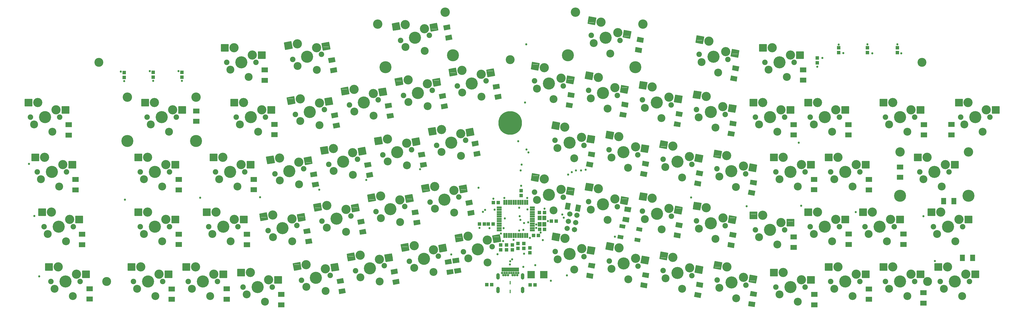
<source format=gbr>
G04 EAGLE Gerber RS-274X export*
G75*
%MOMM*%
%FSLAX34Y34*%
%LPD*%
%INSoldermask Top*%
%IPPOS*%
%AMOC8*
5,1,8,0,0,1.08239X$1,22.5*%
G01*
%ADD10C,1.905200*%
%ADD11C,3.103200*%
%ADD12C,3.251200*%
%ADD13C,4.203200*%
%ADD14C,4.191200*%
%ADD15C,8.203200*%
%ADD16C,2.743200*%
%ADD17C,3.200400*%
%ADD18C,0.457706*%
%ADD19R,2.303200X1.703200*%
%ADD20R,1.703200X2.303200*%
%ADD21R,0.711200X1.676400*%
%ADD22R,1.676400X0.711200*%
%ADD23R,0.403200X1.203200*%
%ADD24R,0.503200X1.403200*%
%ADD25C,0.853200*%
%ADD26C,1.203200*%
%ADD27R,1.203200X1.303200*%
%ADD28R,1.303200X1.203200*%
%ADD29R,2.603200X2.603200*%
%ADD30R,1.403200X1.603200*%
%ADD31R,2.003200X1.303200*%
%ADD32C,1.828800*%
%ADD33C,0.756400*%


D10*
X3071370Y381000D03*
D11*
X1545960Y771460D03*
D10*
X2952310Y571500D03*
D12*
X2007280Y895500D03*
D10*
X2850710Y571500D03*
D13*
X2901510Y571500D03*
D10*
X1383380Y103300D03*
X3041210Y0D03*
X1630630Y697550D03*
D13*
X1224740Y655650D03*
X2449070Y571500D03*
D10*
X560060Y762000D03*
D13*
X849530Y589490D03*
D10*
X1730890Y292990D03*
X599490Y190500D03*
X1630830Y310640D03*
D13*
X1868270Y655650D03*
D11*
X2977400Y762000D03*
D10*
X3118990Y190500D03*
X1015480Y425310D03*
X2365010Y374620D03*
X2532950Y762000D03*
X1918490Y259910D03*
X1165080Y838570D03*
D13*
X1215110Y847390D03*
D12*
X1320240Y936850D03*
X453440Y641350D03*
D10*
X1362320Y679910D03*
D13*
X1939770Y449600D03*
D10*
X2469710Y381000D03*
X1818440Y277560D03*
D14*
X3139630Y298450D03*
D13*
X2520510Y381000D03*
X754280Y185820D03*
D10*
X1462380Y697550D03*
D13*
X2253110Y781230D03*
D14*
X1346700Y786770D03*
D10*
X2293510Y580670D03*
X1927920Y838570D03*
D13*
X1940220Y62640D03*
D10*
X2660210Y381000D03*
X2006040Y244480D03*
X3142810Y0D03*
X1818240Y664470D03*
X915420Y407670D03*
X50800Y0D03*
D13*
X1868470Y268730D03*
D10*
X1730690Y679910D03*
X2431350Y762000D03*
X1918290Y646830D03*
X2690370Y571500D03*
X2880870Y190500D03*
X2293710Y193750D03*
X1179520Y260800D03*
X2264950Y392260D03*
X2177400Y407700D03*
X1079470Y243150D03*
D13*
X1412350Y688730D03*
X965450Y416490D03*
X870590Y12880D03*
X548690Y190500D03*
D10*
X1008170Y37140D03*
X259760Y190500D03*
D13*
X667750Y-19400D03*
X2243680Y202570D03*
D12*
X1085730Y895500D03*
D10*
X991920Y227720D03*
X727820Y374590D03*
D12*
X2901510Y450850D03*
D10*
X1265140Y856210D03*
D14*
X2901510Y298450D03*
D10*
X827870Y392230D03*
X1483440Y120950D03*
X2761810Y0D03*
X426450Y0D03*
D14*
X1746310Y786770D03*
D13*
X1317100Y285060D03*
D10*
X-20640Y571500D03*
D13*
X3092010Y0D03*
X1752160Y482680D03*
D14*
X1980810Y745420D03*
D13*
X-23810Y190500D03*
D10*
X1295830Y87870D03*
D13*
X3068190Y190500D03*
X3020570Y381000D03*
X610860Y762000D03*
X310560Y190500D03*
D10*
X521700Y381000D03*
X2398270Y571500D03*
D13*
X1037140Y622570D03*
X572500Y381000D03*
X2127820Y29560D03*
D10*
X283570Y571500D03*
X259760Y381000D03*
D14*
X1112190Y745420D03*
D13*
X2482150Y762000D03*
D10*
X820570Y4060D03*
D14*
X215310Y488950D03*
D10*
X1802640Y86900D03*
X1108230Y54790D03*
X2077790Y38380D03*
D13*
X3163440Y571500D03*
D10*
X2660210Y0D03*
X2499870Y179900D03*
D13*
X-71440Y571500D03*
X2315430Y-3520D03*
D10*
X1802190Y473860D03*
D13*
X-47630Y381000D03*
D12*
X1772770Y936850D03*
D13*
X2314980Y383440D03*
D10*
X704260Y176990D03*
D13*
X941890Y218900D03*
X2055870Y622570D03*
D10*
X2177850Y20740D03*
X1702140Y491500D03*
X1103030Y440750D03*
X3017390Y190500D03*
D13*
X1680660Y688730D03*
D10*
X1203090Y458390D03*
X2265400Y5300D03*
X2005840Y631390D03*
X3214240Y571500D03*
X-98430Y381000D03*
X3170Y381000D03*
X2193450Y598310D03*
X-122240Y571500D03*
D13*
X477250Y0D03*
X2056070Y235650D03*
D10*
X2398270Y179900D03*
D13*
X2243480Y589490D03*
X2449070Y179900D03*
D10*
X497890Y190500D03*
X361360Y381000D03*
D12*
X215310Y641350D03*
D10*
X891860Y210070D03*
D13*
X777840Y383410D03*
D10*
X1274770Y664470D03*
X799500Y580670D03*
X987110Y613750D03*
D13*
X1153060Y449570D03*
D10*
X528050Y0D03*
D13*
X2520510Y-19400D03*
D10*
X361360Y190500D03*
D13*
X310560Y381000D03*
D10*
X1889740Y458420D03*
D12*
X3139630Y450850D03*
D10*
X623300Y381000D03*
D13*
X2639570Y571500D03*
X2830070Y190500D03*
D11*
X115610Y762000D03*
D10*
X2588770Y190500D03*
D13*
X1752610Y95720D03*
D10*
X2952310Y0D03*
X2105900Y613750D03*
X2203080Y790050D03*
X2193650Y211400D03*
D13*
X2711010Y0D03*
X2901510Y0D03*
D10*
X2106100Y226830D03*
X1195780Y70220D03*
D13*
X2639570Y190500D03*
D10*
X2077350Y425340D03*
X2690370Y190500D03*
D13*
X2127380Y416520D03*
D10*
X920620Y21710D03*
X1827870Y856210D03*
D14*
X453440Y488950D03*
D10*
X1087160Y631390D03*
X1989800Y440780D03*
D13*
X839900Y781230D03*
D10*
X26990Y190500D03*
X1702580Y104540D03*
X899560Y598310D03*
X1174710Y646830D03*
X2571310Y381000D03*
X1890190Y71460D03*
D13*
X334370Y571500D03*
X1680860Y301810D03*
D10*
X789870Y772410D03*
D13*
X2711010Y381000D03*
X0Y0D03*
X643940Y571500D03*
D10*
X-74610Y190500D03*
D13*
X1058200Y45960D03*
D15*
X1545960Y551460D03*
D10*
X593140Y571500D03*
D13*
X1129500Y251980D03*
D10*
X-50800Y0D03*
X1390690Y491470D03*
D13*
X1245810Y79040D03*
D10*
X804310Y194640D03*
X385170Y571500D03*
X235950Y0D03*
D13*
X1877900Y847390D03*
D10*
X1367130Y293880D03*
X3112640Y571500D03*
X2588770Y571500D03*
X1267070Y276230D03*
X2571310Y-19400D03*
X337550Y0D03*
D11*
X143380Y0D03*
D10*
X2499870Y571500D03*
D13*
X1340660Y482650D03*
D10*
X889930Y790050D03*
X2469710Y-19400D03*
X2761810Y381000D03*
X718550Y-19400D03*
X2779270Y190500D03*
D11*
X2996760Y0D03*
D10*
X2303130Y772410D03*
D13*
X286750Y0D03*
D10*
X694740Y571500D03*
X616950Y-19400D03*
D13*
X1433410Y112120D03*
D10*
X2969770Y381000D03*
X2365460Y-12340D03*
X1990250Y53820D03*
X1290630Y473830D03*
X661660Y762000D03*
X2850710Y0D03*
D16*
X-85690Y355520D03*
X-22190Y330120D03*
D17*
X-9490Y406320D03*
X-72990Y431720D03*
D18*
X11594Y395146D02*
X34450Y395146D01*
X11594Y395146D02*
X11594Y417494D01*
X34450Y417494D01*
X34450Y395146D01*
X34450Y399494D02*
X11594Y399494D01*
X11594Y403842D02*
X34450Y403842D01*
X34450Y408190D02*
X11594Y408190D01*
X11594Y412538D02*
X34450Y412538D01*
X34450Y416886D02*
X11594Y416886D01*
X-94074Y420546D02*
X-116930Y420546D01*
X-116930Y442894D01*
X-94074Y442894D01*
X-94074Y420546D01*
X-94074Y424894D02*
X-116930Y424894D01*
X-116930Y429242D02*
X-94074Y429242D01*
X-94074Y433590D02*
X-116930Y433590D01*
X-116930Y437938D02*
X-94074Y437938D01*
X-94074Y442286D02*
X-116930Y442286D01*
D16*
X272440Y355600D03*
X335940Y330200D03*
D17*
X348640Y406400D03*
X285140Y431800D03*
D18*
X369724Y395226D02*
X392580Y395226D01*
X369724Y395226D02*
X369724Y417574D01*
X392580Y417574D01*
X392580Y395226D01*
X392580Y399574D02*
X369724Y399574D01*
X369724Y403922D02*
X392580Y403922D01*
X392580Y408270D02*
X369724Y408270D01*
X369724Y412618D02*
X392580Y412618D01*
X392580Y416966D02*
X369724Y416966D01*
X264056Y420626D02*
X241200Y420626D01*
X241200Y442974D01*
X264056Y442974D01*
X264056Y420626D01*
X264056Y424974D02*
X241200Y424974D01*
X241200Y429322D02*
X264056Y429322D01*
X264056Y433670D02*
X241200Y433670D01*
X241200Y438018D02*
X264056Y438018D01*
X264056Y442366D02*
X241200Y442366D01*
D16*
X534420Y355570D03*
X597920Y330170D03*
D17*
X610620Y406370D03*
X547120Y431770D03*
D18*
X631704Y395196D02*
X654560Y395196D01*
X631704Y395196D02*
X631704Y417544D01*
X654560Y417544D01*
X654560Y395196D01*
X654560Y399544D02*
X631704Y399544D01*
X631704Y403892D02*
X654560Y403892D01*
X654560Y408240D02*
X631704Y408240D01*
X631704Y412588D02*
X654560Y412588D01*
X654560Y416936D02*
X631704Y416936D01*
X526036Y420596D02*
X503180Y420596D01*
X503180Y442944D01*
X526036Y442944D01*
X526036Y420596D01*
X526036Y424944D02*
X503180Y424944D01*
X503180Y429292D02*
X526036Y429292D01*
X526036Y433640D02*
X503180Y433640D01*
X503180Y437988D02*
X526036Y437988D01*
X526036Y442336D02*
X503180Y442336D01*
D16*
X744710Y351780D03*
X811655Y337792D03*
D17*
X810931Y415040D03*
X743985Y429028D03*
D18*
X833635Y407698D02*
X856143Y411667D01*
X833635Y407698D02*
X829755Y429705D01*
X852263Y433674D01*
X856143Y411667D01*
X856076Y412046D02*
X832868Y412046D01*
X832102Y416394D02*
X855310Y416394D01*
X854543Y420742D02*
X831335Y420742D01*
X830569Y425090D02*
X853776Y425090D01*
X853010Y429438D02*
X829802Y429438D01*
X725161Y414363D02*
X702653Y410394D01*
X698773Y432401D01*
X721281Y436370D01*
X725161Y414363D01*
X725094Y414742D02*
X701886Y414742D01*
X701120Y419090D02*
X724328Y419090D01*
X723561Y423438D02*
X700353Y423438D01*
X699587Y427786D02*
X722794Y427786D01*
X722028Y432134D02*
X698820Y432134D01*
D16*
X1004050Y590900D03*
X1070995Y576912D03*
D17*
X1070271Y654160D03*
X1003325Y668148D03*
D18*
X1092975Y646818D02*
X1115483Y650787D01*
X1092975Y646818D02*
X1089095Y668825D01*
X1111603Y672794D01*
X1115483Y650787D01*
X1115416Y651166D02*
X1092208Y651166D01*
X1091442Y655514D02*
X1114650Y655514D01*
X1113883Y659862D02*
X1090675Y659862D01*
X1089909Y664210D02*
X1113116Y664210D01*
X1112350Y668558D02*
X1089142Y668558D01*
X984501Y653483D02*
X961993Y649514D01*
X958113Y671521D01*
X980621Y675490D01*
X984501Y653483D01*
X984434Y653862D02*
X961226Y653862D01*
X960460Y658210D02*
X983668Y658210D01*
X982901Y662558D02*
X959693Y662558D01*
X958927Y666906D02*
X982134Y666906D01*
X981368Y671254D02*
X958160Y671254D01*
D16*
X1191650Y624020D03*
X1258595Y610032D03*
D17*
X1257871Y687280D03*
X1190925Y701268D03*
D18*
X1280575Y679938D02*
X1303083Y683907D01*
X1280575Y679938D02*
X1276695Y701945D01*
X1299203Y705914D01*
X1303083Y683907D01*
X1303016Y684286D02*
X1279808Y684286D01*
X1279042Y688634D02*
X1302250Y688634D01*
X1301483Y692982D02*
X1278275Y692982D01*
X1277509Y697330D02*
X1300716Y697330D01*
X1299950Y701678D02*
X1276742Y701678D01*
X1172101Y686603D02*
X1149593Y682634D01*
X1145713Y704641D01*
X1168221Y708610D01*
X1172101Y686603D01*
X1172034Y686982D02*
X1148826Y686982D01*
X1148060Y691330D02*
X1171268Y691330D01*
X1170501Y695678D02*
X1147293Y695678D01*
X1146527Y700026D02*
X1169734Y700026D01*
X1168968Y704374D02*
X1145760Y704374D01*
D16*
X1307550Y450970D03*
X1374495Y436982D03*
D17*
X1373771Y514230D03*
X1306825Y528218D03*
D18*
X1396475Y506888D02*
X1418983Y510857D01*
X1396475Y506888D02*
X1392595Y528895D01*
X1415103Y532864D01*
X1418983Y510857D01*
X1418916Y511236D02*
X1395708Y511236D01*
X1394942Y515584D02*
X1418150Y515584D01*
X1417383Y519932D02*
X1394175Y519932D01*
X1393409Y524280D02*
X1416616Y524280D01*
X1415850Y528628D02*
X1392642Y528628D01*
X1288001Y513553D02*
X1265493Y509584D01*
X1261613Y531591D01*
X1284121Y535560D01*
X1288001Y513553D01*
X1287934Y513932D02*
X1264726Y513932D01*
X1263960Y518280D02*
X1287168Y518280D01*
X1286401Y522628D02*
X1263193Y522628D01*
X1262427Y526976D02*
X1285634Y526976D01*
X1284868Y531324D02*
X1261660Y531324D01*
D16*
X1710188Y464252D03*
X1768313Y428211D03*
D17*
X1794052Y501048D03*
X1735927Y537089D03*
D18*
X1812876Y486383D02*
X1835384Y482414D01*
X1812876Y486383D02*
X1816756Y508390D01*
X1839264Y504421D01*
X1835384Y482414D01*
X1836151Y486762D02*
X1812943Y486762D01*
X1813709Y491110D02*
X1836917Y491110D01*
X1837684Y495458D02*
X1814476Y495458D01*
X1815243Y499806D02*
X1838450Y499806D01*
X1839217Y504154D02*
X1816009Y504154D01*
X1713223Y529747D02*
X1690715Y533716D01*
X1694595Y555723D01*
X1717103Y551754D01*
X1713223Y529747D01*
X1713990Y534095D02*
X1690782Y534095D01*
X1691548Y538443D02*
X1714756Y538443D01*
X1715523Y542791D02*
X1692315Y542791D01*
X1693082Y547139D02*
X1716289Y547139D01*
X1717056Y551487D02*
X1693848Y551487D01*
D16*
X1897838Y431212D03*
X1955963Y395171D03*
D17*
X1981702Y468008D03*
X1923577Y504049D03*
D18*
X2000526Y453343D02*
X2023034Y449374D01*
X2000526Y453343D02*
X2004406Y475350D01*
X2026914Y471381D01*
X2023034Y449374D01*
X2023801Y453722D02*
X2000593Y453722D01*
X2001359Y458070D02*
X2024567Y458070D01*
X2025334Y462418D02*
X2002126Y462418D01*
X2002893Y466766D02*
X2026100Y466766D01*
X2026867Y471114D02*
X2003659Y471114D01*
X1900873Y496707D02*
X1878365Y500676D01*
X1882245Y522683D01*
X1904753Y518714D01*
X1900873Y496707D01*
X1901640Y501055D02*
X1878432Y501055D01*
X1879198Y505403D02*
X1902406Y505403D01*
X1903173Y509751D02*
X1879965Y509751D01*
X1880732Y514099D02*
X1903939Y514099D01*
X1904706Y518447D02*
X1881498Y518447D01*
D16*
X2085448Y398082D03*
X2143573Y362041D03*
D17*
X2169312Y434878D03*
X2111187Y470919D03*
D18*
X2188136Y420213D02*
X2210644Y416244D01*
X2188136Y420213D02*
X2192016Y442220D01*
X2214524Y438251D01*
X2210644Y416244D01*
X2211411Y420592D02*
X2188203Y420592D01*
X2188969Y424940D02*
X2212177Y424940D01*
X2212944Y429288D02*
X2189736Y429288D01*
X2190503Y433636D02*
X2213710Y433636D01*
X2214477Y437984D02*
X2191269Y437984D01*
X2088483Y463577D02*
X2065975Y467546D01*
X2069855Y489553D01*
X2092363Y485584D01*
X2088483Y463577D01*
X2089250Y467925D02*
X2066042Y467925D01*
X2066808Y472273D02*
X2090016Y472273D01*
X2090783Y476621D02*
X2067575Y476621D01*
X2068342Y480969D02*
X2091549Y480969D01*
X2092316Y485317D02*
X2069108Y485317D01*
D16*
X2273078Y365012D03*
X2331203Y328971D03*
D17*
X2356942Y401808D03*
X2298817Y437849D03*
D18*
X2375766Y387143D02*
X2398274Y383174D01*
X2375766Y387143D02*
X2379646Y409150D01*
X2402154Y405181D01*
X2398274Y383174D01*
X2399041Y387522D02*
X2375833Y387522D01*
X2376599Y391870D02*
X2399807Y391870D01*
X2400574Y396218D02*
X2377366Y396218D01*
X2378133Y400566D02*
X2401340Y400566D01*
X2402107Y404914D02*
X2378899Y404914D01*
X2276113Y430507D02*
X2253605Y434476D01*
X2257485Y456483D01*
X2279993Y452514D01*
X2276113Y430507D01*
X2276880Y434855D02*
X2253672Y434855D01*
X2254438Y439203D02*
X2277646Y439203D01*
X2278413Y443551D02*
X2255205Y443551D01*
X2255972Y447899D02*
X2279179Y447899D01*
X2279946Y452247D02*
X2256738Y452247D01*
D16*
X2482420Y355600D03*
X2545920Y330200D03*
D17*
X2558620Y406400D03*
X2495120Y431800D03*
D18*
X2579704Y395226D02*
X2602560Y395226D01*
X2579704Y395226D02*
X2579704Y417574D01*
X2602560Y417574D01*
X2602560Y395226D01*
X2602560Y399574D02*
X2579704Y399574D01*
X2579704Y403922D02*
X2602560Y403922D01*
X2602560Y408270D02*
X2579704Y408270D01*
X2579704Y412618D02*
X2602560Y412618D01*
X2602560Y416966D02*
X2579704Y416966D01*
X2474036Y420626D02*
X2451180Y420626D01*
X2451180Y442974D01*
X2474036Y442974D01*
X2474036Y420626D01*
X2474036Y424974D02*
X2451180Y424974D01*
X2451180Y429322D02*
X2474036Y429322D01*
X2474036Y433670D02*
X2451180Y433670D01*
X2451180Y438018D02*
X2474036Y438018D01*
X2474036Y442366D02*
X2451180Y442366D01*
D16*
X2672940Y355630D03*
X2736440Y330230D03*
D17*
X2749140Y406430D03*
X2685640Y431830D03*
D18*
X2770224Y395256D02*
X2793080Y395256D01*
X2770224Y395256D02*
X2770224Y417604D01*
X2793080Y417604D01*
X2793080Y395256D01*
X2793080Y399604D02*
X2770224Y399604D01*
X2770224Y403952D02*
X2793080Y403952D01*
X2793080Y408300D02*
X2770224Y408300D01*
X2770224Y412648D02*
X2793080Y412648D01*
X2793080Y416996D02*
X2770224Y416996D01*
X2664556Y420656D02*
X2641700Y420656D01*
X2641700Y443004D01*
X2664556Y443004D01*
X2664556Y420656D01*
X2664556Y425004D02*
X2641700Y425004D01*
X2641700Y429352D02*
X2664556Y429352D01*
X2664556Y433700D02*
X2641700Y433700D01*
X2641700Y438048D02*
X2664556Y438048D01*
X2664556Y442396D02*
X2641700Y442396D01*
D16*
X2982440Y355570D03*
X3045940Y330170D03*
D17*
X3058640Y406370D03*
X2995140Y431770D03*
D18*
X3079724Y395196D02*
X3102580Y395196D01*
X3079724Y395196D02*
X3079724Y417544D01*
X3102580Y417544D01*
X3102580Y395196D01*
X3102580Y399544D02*
X3079724Y399544D01*
X3079724Y403892D02*
X3102580Y403892D01*
X3102580Y408240D02*
X3079724Y408240D01*
X3079724Y412588D02*
X3102580Y412588D01*
X3102580Y416936D02*
X3079724Y416936D01*
X2974056Y420596D02*
X2951200Y420596D01*
X2951200Y442944D01*
X2974056Y442944D01*
X2974056Y420596D01*
X2974056Y424944D02*
X2951200Y424944D01*
X2951200Y429292D02*
X2974056Y429292D01*
X2974056Y433640D02*
X2951200Y433640D01*
X2951200Y437988D02*
X2974056Y437988D01*
X2974056Y442336D02*
X2951200Y442336D01*
D16*
X3030090Y165070D03*
X3093590Y139670D03*
D17*
X3106290Y215870D03*
X3042790Y241270D03*
D18*
X3127374Y204696D02*
X3150230Y204696D01*
X3127374Y204696D02*
X3127374Y227044D01*
X3150230Y227044D01*
X3150230Y204696D01*
X3150230Y209044D02*
X3127374Y209044D01*
X3127374Y213392D02*
X3150230Y213392D01*
X3150230Y217740D02*
X3127374Y217740D01*
X3127374Y222088D02*
X3150230Y222088D01*
X3150230Y226436D02*
X3127374Y226436D01*
X3021706Y230096D02*
X2998850Y230096D01*
X2998850Y252444D01*
X3021706Y252444D01*
X3021706Y230096D01*
X3021706Y234444D02*
X2998850Y234444D01*
X2998850Y238792D02*
X3021706Y238792D01*
X3021706Y243140D02*
X2998850Y243140D01*
X2998850Y247488D02*
X3021706Y247488D01*
X3021706Y251836D02*
X2998850Y251836D01*
D16*
X-109520Y546070D03*
X-46020Y520670D03*
D17*
X-33320Y596870D03*
X-96820Y622270D03*
D18*
X-12236Y585696D02*
X10620Y585696D01*
X-12236Y585696D02*
X-12236Y608044D01*
X10620Y608044D01*
X10620Y585696D01*
X10620Y590044D02*
X-12236Y590044D01*
X-12236Y594392D02*
X10620Y594392D01*
X10620Y598740D02*
X-12236Y598740D01*
X-12236Y603088D02*
X10620Y603088D01*
X10620Y607436D02*
X-12236Y607436D01*
X-117904Y611096D02*
X-140760Y611096D01*
X-140760Y633444D01*
X-117904Y633444D01*
X-117904Y611096D01*
X-117904Y615444D02*
X-140760Y615444D01*
X-140760Y619792D02*
X-117904Y619792D01*
X-117904Y624140D02*
X-140760Y624140D01*
X-140760Y628488D02*
X-117904Y628488D01*
X-117904Y632836D02*
X-140760Y632836D01*
D16*
X296320Y546070D03*
X359820Y520670D03*
D17*
X372520Y596870D03*
X309020Y622270D03*
D18*
X393604Y585696D02*
X416460Y585696D01*
X393604Y585696D02*
X393604Y608044D01*
X416460Y608044D01*
X416460Y585696D01*
X416460Y590044D02*
X393604Y590044D01*
X393604Y594392D02*
X416460Y594392D01*
X416460Y598740D02*
X393604Y598740D01*
X393604Y603088D02*
X416460Y603088D01*
X416460Y607436D02*
X393604Y607436D01*
X287936Y611096D02*
X265080Y611096D01*
X265080Y633444D01*
X287936Y633444D01*
X287936Y611096D01*
X287936Y615444D02*
X265080Y615444D01*
X265080Y619792D02*
X287936Y619792D01*
X287936Y624140D02*
X265080Y624140D01*
X265080Y628488D02*
X287936Y628488D01*
X287936Y632836D02*
X265080Y632836D01*
D16*
X605840Y546050D03*
X669340Y520650D03*
D17*
X682040Y596850D03*
X618540Y622250D03*
D18*
X703124Y585676D02*
X725980Y585676D01*
X703124Y585676D02*
X703124Y608024D01*
X725980Y608024D01*
X725980Y585676D01*
X725980Y590024D02*
X703124Y590024D01*
X703124Y594372D02*
X725980Y594372D01*
X725980Y598720D02*
X703124Y598720D01*
X703124Y603068D02*
X725980Y603068D01*
X725980Y607416D02*
X703124Y607416D01*
X597456Y611076D02*
X574600Y611076D01*
X574600Y633424D01*
X597456Y633424D01*
X597456Y611076D01*
X597456Y615424D02*
X574600Y615424D01*
X574600Y619772D02*
X597456Y619772D01*
X597456Y624120D02*
X574600Y624120D01*
X574600Y628468D02*
X597456Y628468D01*
X597456Y632816D02*
X574600Y632816D01*
D16*
X816440Y557800D03*
X883385Y543812D03*
D17*
X882661Y621060D03*
X815715Y635048D03*
D18*
X905365Y613718D02*
X927873Y617687D01*
X905365Y613718D02*
X901485Y635725D01*
X923993Y639694D01*
X927873Y617687D01*
X927806Y618066D02*
X904598Y618066D01*
X903832Y622414D02*
X927040Y622414D01*
X926273Y626762D02*
X903065Y626762D01*
X902299Y631110D02*
X925506Y631110D01*
X924740Y635458D02*
X901532Y635458D01*
X796891Y620383D02*
X774383Y616414D01*
X770503Y638421D01*
X793011Y642390D01*
X796891Y620383D01*
X796824Y620762D02*
X773616Y620762D01*
X772850Y625110D02*
X796058Y625110D01*
X795291Y629458D02*
X772083Y629458D01*
X771317Y633806D02*
X794524Y633806D01*
X793758Y638154D02*
X770550Y638154D01*
D16*
X2211178Y762802D03*
X2269303Y726761D03*
D17*
X2295042Y799598D03*
X2236917Y835639D03*
D18*
X2313866Y784933D02*
X2336374Y780964D01*
X2313866Y784933D02*
X2317746Y806940D01*
X2340254Y802971D01*
X2336374Y780964D01*
X2337141Y785312D02*
X2313933Y785312D01*
X2314699Y789660D02*
X2337907Y789660D01*
X2338674Y794008D02*
X2315466Y794008D01*
X2316233Y798356D02*
X2339440Y798356D01*
X2340207Y802704D02*
X2316999Y802704D01*
X2214213Y828297D02*
X2191705Y832266D01*
X2195585Y854273D01*
X2218093Y850304D01*
X2214213Y828297D01*
X2214980Y832645D02*
X2191772Y832645D01*
X2192538Y836993D02*
X2215746Y836993D01*
X2216513Y841341D02*
X2193305Y841341D01*
X2194072Y845689D02*
X2217279Y845689D01*
X2218046Y850037D02*
X2194838Y850037D01*
D16*
X2444040Y736600D03*
X2507540Y711200D03*
D17*
X2520240Y787400D03*
X2456740Y812800D03*
D18*
X2541324Y776226D02*
X2564180Y776226D01*
X2541324Y776226D02*
X2541324Y798574D01*
X2564180Y798574D01*
X2564180Y776226D01*
X2564180Y780574D02*
X2541324Y780574D01*
X2541324Y784922D02*
X2564180Y784922D01*
X2564180Y789270D02*
X2541324Y789270D01*
X2541324Y793618D02*
X2564180Y793618D01*
X2564180Y797966D02*
X2541324Y797966D01*
X2435656Y801626D02*
X2412800Y801626D01*
X2412800Y823974D01*
X2435656Y823974D01*
X2435656Y801626D01*
X2435656Y805974D02*
X2412800Y805974D01*
X2412800Y810322D02*
X2435656Y810322D01*
X2435656Y814670D02*
X2412800Y814670D01*
X2412800Y819018D02*
X2435656Y819018D01*
X2435656Y823366D02*
X2412800Y823366D01*
D16*
X1379230Y657070D03*
X1446175Y643082D03*
D17*
X1445451Y720330D03*
X1378505Y734318D03*
D18*
X1468155Y712988D02*
X1490663Y716957D01*
X1468155Y712988D02*
X1464275Y734995D01*
X1486783Y738964D01*
X1490663Y716957D01*
X1490596Y717336D02*
X1467388Y717336D01*
X1466622Y721684D02*
X1489830Y721684D01*
X1489063Y726032D02*
X1465855Y726032D01*
X1465089Y730380D02*
X1488296Y730380D01*
X1487530Y734728D02*
X1464322Y734728D01*
X1359681Y719653D02*
X1337173Y715684D01*
X1333293Y737691D01*
X1355801Y741660D01*
X1359681Y719653D01*
X1359614Y720032D02*
X1336406Y720032D01*
X1335640Y724380D02*
X1358848Y724380D01*
X1358081Y728728D02*
X1334873Y728728D01*
X1334107Y733076D02*
X1357314Y733076D01*
X1356548Y737424D02*
X1333340Y737424D01*
D16*
X1638758Y670352D03*
X1696883Y634311D03*
D17*
X1722622Y707148D03*
X1664497Y743189D03*
D18*
X1741446Y692483D02*
X1763954Y688514D01*
X1741446Y692483D02*
X1745326Y714490D01*
X1767834Y710521D01*
X1763954Y688514D01*
X1764721Y692862D02*
X1741513Y692862D01*
X1742279Y697210D02*
X1765487Y697210D01*
X1766254Y701558D02*
X1743046Y701558D01*
X1743813Y705906D02*
X1767020Y705906D01*
X1767787Y710254D02*
X1744579Y710254D01*
X1641793Y735847D02*
X1619285Y739816D01*
X1623165Y761823D01*
X1645673Y757854D01*
X1641793Y735847D01*
X1642560Y740195D02*
X1619352Y740195D01*
X1620118Y744543D02*
X1643326Y744543D01*
X1644093Y748891D02*
X1620885Y748891D01*
X1621652Y753239D02*
X1644859Y753239D01*
X1645626Y757587D02*
X1622418Y757587D01*
D16*
X1826418Y637252D03*
X1884543Y601211D03*
D17*
X1910282Y674048D03*
X1852157Y710089D03*
D18*
X1929106Y659383D02*
X1951614Y655414D01*
X1929106Y659383D02*
X1932986Y681390D01*
X1955494Y677421D01*
X1951614Y655414D01*
X1952381Y659762D02*
X1929173Y659762D01*
X1929939Y664110D02*
X1953147Y664110D01*
X1953914Y668458D02*
X1930706Y668458D01*
X1931473Y672806D02*
X1954680Y672806D01*
X1955447Y677154D02*
X1932239Y677154D01*
X1829453Y702747D02*
X1806945Y706716D01*
X1810825Y728723D01*
X1833333Y724754D01*
X1829453Y702747D01*
X1830220Y707095D02*
X1807012Y707095D01*
X1807778Y711443D02*
X1830986Y711443D01*
X1831753Y715791D02*
X1808545Y715791D01*
X1809312Y720139D02*
X1832519Y720139D01*
X1833286Y724487D02*
X1810078Y724487D01*
D16*
X2013948Y604132D03*
X2072073Y568091D03*
D17*
X2097812Y640928D03*
X2039687Y676969D03*
D18*
X2116636Y626263D02*
X2139144Y622294D01*
X2116636Y626263D02*
X2120516Y648270D01*
X2143024Y644301D01*
X2139144Y622294D01*
X2139911Y626642D02*
X2116703Y626642D01*
X2117469Y630990D02*
X2140677Y630990D01*
X2141444Y635338D02*
X2118236Y635338D01*
X2119003Y639686D02*
X2142210Y639686D01*
X2142977Y644034D02*
X2119769Y644034D01*
X2016983Y669627D02*
X1994475Y673596D01*
X1998355Y695603D01*
X2020863Y691634D01*
X2016983Y669627D01*
X2017750Y673975D02*
X1994542Y673975D01*
X1995308Y678323D02*
X2018516Y678323D01*
X2019283Y682671D02*
X1996075Y682671D01*
X1996842Y687019D02*
X2020049Y687019D01*
X2020816Y691367D02*
X1997608Y691367D01*
D16*
X2201578Y571082D03*
X2259703Y535041D03*
D17*
X2285442Y607878D03*
X2227317Y643919D03*
D18*
X2304266Y593213D02*
X2326774Y589244D01*
X2304266Y593213D02*
X2308146Y615220D01*
X2330654Y611251D01*
X2326774Y589244D01*
X2327541Y593592D02*
X2304333Y593592D01*
X2305099Y597940D02*
X2328307Y597940D01*
X2329074Y602288D02*
X2305866Y602288D01*
X2306633Y606636D02*
X2329840Y606636D01*
X2330607Y610984D02*
X2307399Y610984D01*
X2204613Y636577D02*
X2182105Y640546D01*
X2185985Y662553D01*
X2208493Y658584D01*
X2204613Y636577D01*
X2205380Y640925D02*
X2182172Y640925D01*
X2182938Y645273D02*
X2206146Y645273D01*
X2206913Y649621D02*
X2183705Y649621D01*
X2184472Y653969D02*
X2207679Y653969D01*
X2208446Y658317D02*
X2185238Y658317D01*
D16*
X2410970Y546100D03*
X2474470Y520700D03*
D17*
X2487170Y596900D03*
X2423670Y622300D03*
D18*
X2508254Y585726D02*
X2531110Y585726D01*
X2508254Y585726D02*
X2508254Y608074D01*
X2531110Y608074D01*
X2531110Y585726D01*
X2531110Y590074D02*
X2508254Y590074D01*
X2508254Y594422D02*
X2531110Y594422D01*
X2531110Y598770D02*
X2508254Y598770D01*
X2508254Y603118D02*
X2531110Y603118D01*
X2531110Y607466D02*
X2508254Y607466D01*
X2402586Y611126D02*
X2379730Y611126D01*
X2379730Y633474D01*
X2402586Y633474D01*
X2402586Y611126D01*
X2402586Y615474D02*
X2379730Y615474D01*
X2379730Y619822D02*
X2402586Y619822D01*
X2402586Y624170D02*
X2379730Y624170D01*
X2379730Y628518D02*
X2402586Y628518D01*
X2402586Y632866D02*
X2379730Y632866D01*
D16*
X2601490Y546050D03*
X2664990Y520650D03*
D17*
X2677690Y596850D03*
X2614190Y622250D03*
D18*
X2698774Y585676D02*
X2721630Y585676D01*
X2698774Y585676D02*
X2698774Y608024D01*
X2721630Y608024D01*
X2721630Y585676D01*
X2721630Y590024D02*
X2698774Y590024D01*
X2698774Y594372D02*
X2721630Y594372D01*
X2721630Y598720D02*
X2698774Y598720D01*
X2698774Y603068D02*
X2721630Y603068D01*
X2721630Y607416D02*
X2698774Y607416D01*
X2593106Y611076D02*
X2570250Y611076D01*
X2570250Y633424D01*
X2593106Y633424D01*
X2593106Y611076D01*
X2593106Y615424D02*
X2570250Y615424D01*
X2570250Y619772D02*
X2593106Y619772D01*
X2593106Y624120D02*
X2570250Y624120D01*
X2570250Y628468D02*
X2593106Y628468D01*
X2593106Y632816D02*
X2570250Y632816D01*
D16*
X2863420Y546100D03*
X2926920Y520700D03*
D17*
X2939620Y596900D03*
X2876120Y622300D03*
D18*
X2960704Y585726D02*
X2983560Y585726D01*
X2960704Y585726D02*
X2960704Y608074D01*
X2983560Y608074D01*
X2983560Y585726D01*
X2983560Y590074D02*
X2960704Y590074D01*
X2960704Y594422D02*
X2983560Y594422D01*
X2983560Y598770D02*
X2960704Y598770D01*
X2960704Y603118D02*
X2983560Y603118D01*
X2983560Y607466D02*
X2960704Y607466D01*
X2855036Y611126D02*
X2832180Y611126D01*
X2832180Y633474D01*
X2855036Y633474D01*
X2855036Y611126D01*
X2855036Y615474D02*
X2832180Y615474D01*
X2832180Y619822D02*
X2855036Y619822D01*
X2855036Y624170D02*
X2832180Y624170D01*
X2832180Y628518D02*
X2855036Y628518D01*
X2855036Y632866D02*
X2832180Y632866D01*
D16*
X3125340Y546070D03*
X3188840Y520670D03*
D17*
X3201540Y596870D03*
X3138040Y622270D03*
D18*
X3222624Y585696D02*
X3245480Y585696D01*
X3222624Y585696D02*
X3222624Y608044D01*
X3245480Y608044D01*
X3245480Y585696D01*
X3245480Y590044D02*
X3222624Y590044D01*
X3222624Y594392D02*
X3245480Y594392D01*
X3245480Y598740D02*
X3222624Y598740D01*
X3222624Y603088D02*
X3245480Y603088D01*
X3245480Y607436D02*
X3222624Y607436D01*
X3116956Y611096D02*
X3094100Y611096D01*
X3094100Y633444D01*
X3116956Y633444D01*
X3116956Y611096D01*
X3116956Y615444D02*
X3094100Y615444D01*
X3094100Y619792D02*
X3116956Y619792D01*
X3116956Y624140D02*
X3094100Y624140D01*
X3094100Y628488D02*
X3116956Y628488D01*
X3116956Y632836D02*
X3094100Y632836D01*
D16*
X572800Y736570D03*
X636300Y711170D03*
D17*
X649000Y787370D03*
X585500Y812770D03*
D18*
X670084Y776196D02*
X692940Y776196D01*
X670084Y776196D02*
X670084Y798544D01*
X692940Y798544D01*
X692940Y776196D01*
X692940Y780544D02*
X670084Y780544D01*
X670084Y784892D02*
X692940Y784892D01*
X692940Y789240D02*
X670084Y789240D01*
X670084Y793588D02*
X692940Y793588D01*
X692940Y797936D02*
X670084Y797936D01*
X564416Y801596D02*
X541560Y801596D01*
X541560Y823944D01*
X564416Y823944D01*
X564416Y801596D01*
X564416Y805944D02*
X541560Y805944D01*
X541560Y810292D02*
X564416Y810292D01*
X564416Y814640D02*
X541560Y814640D01*
X541560Y818988D02*
X564416Y818988D01*
X564416Y823336D02*
X541560Y823336D01*
D16*
X806840Y749600D03*
X873785Y735612D03*
D17*
X873061Y812860D03*
X806115Y826848D03*
D18*
X895765Y805518D02*
X918273Y809487D01*
X895765Y805518D02*
X891885Y827525D01*
X914393Y831494D01*
X918273Y809487D01*
X918206Y809866D02*
X894998Y809866D01*
X894232Y814214D02*
X917440Y814214D01*
X916673Y818562D02*
X893465Y818562D01*
X892699Y822910D02*
X915906Y822910D01*
X915140Y827258D02*
X891932Y827258D01*
X787291Y812183D02*
X764783Y808214D01*
X760903Y830221D01*
X783411Y834190D01*
X787291Y812183D01*
X787224Y812562D02*
X764016Y812562D01*
X763250Y816910D02*
X786458Y816910D01*
X785691Y821258D02*
X762483Y821258D01*
X761717Y825606D02*
X784924Y825606D01*
X784158Y829954D02*
X760950Y829954D01*
D16*
X1182000Y815740D03*
X1248945Y801752D03*
D17*
X1248221Y879000D03*
X1181275Y892988D03*
D18*
X1270925Y871658D02*
X1293433Y875627D01*
X1270925Y871658D02*
X1267045Y893665D01*
X1289553Y897634D01*
X1293433Y875627D01*
X1293366Y876006D02*
X1270158Y876006D01*
X1269392Y880354D02*
X1292600Y880354D01*
X1291833Y884702D02*
X1268625Y884702D01*
X1267859Y889050D02*
X1291066Y889050D01*
X1290300Y893398D02*
X1267092Y893398D01*
X1162451Y878323D02*
X1139943Y874354D01*
X1136063Y896361D01*
X1158571Y900330D01*
X1162451Y878323D01*
X1162384Y878702D02*
X1139176Y878702D01*
X1138410Y883050D02*
X1161618Y883050D01*
X1160851Y887398D02*
X1137643Y887398D01*
X1136877Y891746D02*
X1160084Y891746D01*
X1159318Y896094D02*
X1136110Y896094D01*
D16*
X1835988Y828972D03*
X1894113Y792931D03*
D17*
X1919852Y865768D03*
X1861727Y901809D03*
D18*
X1938676Y851103D02*
X1961184Y847134D01*
X1938676Y851103D02*
X1942556Y873110D01*
X1965064Y869141D01*
X1961184Y847134D01*
X1961951Y851482D02*
X1938743Y851482D01*
X1939509Y855830D02*
X1962717Y855830D01*
X1963484Y860178D02*
X1940276Y860178D01*
X1941043Y864526D02*
X1964250Y864526D01*
X1965017Y868874D02*
X1941809Y868874D01*
X1839023Y894467D02*
X1816515Y898436D01*
X1820395Y920443D01*
X1842903Y916474D01*
X1839023Y894467D01*
X1839790Y898815D02*
X1816582Y898815D01*
X1817348Y903163D02*
X1840556Y903163D01*
X1841323Y907511D02*
X1818115Y907511D01*
X1818882Y911859D02*
X1842089Y911859D01*
X1842856Y916207D02*
X1819648Y916207D01*
D16*
X932340Y384880D03*
X999285Y370892D03*
D17*
X998561Y448140D03*
X931615Y462128D03*
D18*
X1021265Y440798D02*
X1043773Y444767D01*
X1021265Y440798D02*
X1017385Y462805D01*
X1039893Y466774D01*
X1043773Y444767D01*
X1043706Y445146D02*
X1020498Y445146D01*
X1019732Y449494D02*
X1042940Y449494D01*
X1042173Y453842D02*
X1018965Y453842D01*
X1018199Y458190D02*
X1041406Y458190D01*
X1040640Y462538D02*
X1017432Y462538D01*
X912791Y447463D02*
X890283Y443494D01*
X886403Y465501D01*
X908911Y469470D01*
X912791Y447463D01*
X912724Y447842D02*
X889516Y447842D01*
X888750Y452190D02*
X911958Y452190D01*
X911191Y456538D02*
X887983Y456538D01*
X887217Y460886D02*
X910424Y460886D01*
X909658Y465234D02*
X886450Y465234D01*
D16*
X1119970Y417920D03*
X1186915Y403932D03*
D17*
X1186191Y481180D03*
X1119245Y495168D03*
D18*
X1208895Y473838D02*
X1231403Y477807D01*
X1208895Y473838D02*
X1205015Y495845D01*
X1227523Y499814D01*
X1231403Y477807D01*
X1231336Y478186D02*
X1208128Y478186D01*
X1207362Y482534D02*
X1230570Y482534D01*
X1229803Y486882D02*
X1206595Y486882D01*
X1205829Y491230D02*
X1229036Y491230D01*
X1228270Y495578D02*
X1205062Y495578D01*
X1100421Y480503D02*
X1077913Y476534D01*
X1074033Y498541D01*
X1096541Y502510D01*
X1100421Y480503D01*
X1100354Y480882D02*
X1077146Y480882D01*
X1076380Y485230D02*
X1099588Y485230D01*
X1098821Y489578D02*
X1075613Y489578D01*
X1074847Y493926D02*
X1098054Y493926D01*
X1097288Y498274D02*
X1074080Y498274D01*
D16*
X1284080Y253430D03*
X1351025Y239442D03*
D17*
X1350301Y316690D03*
X1283355Y330678D03*
D18*
X1373005Y309348D02*
X1395513Y313317D01*
X1373005Y309348D02*
X1369125Y331355D01*
X1391633Y335324D01*
X1395513Y313317D01*
X1395446Y313696D02*
X1372238Y313696D01*
X1371472Y318044D02*
X1394680Y318044D01*
X1393913Y322392D02*
X1370705Y322392D01*
X1369939Y326740D02*
X1393146Y326740D01*
X1392380Y331088D02*
X1369172Y331088D01*
X1264531Y316013D02*
X1242023Y312044D01*
X1238143Y334051D01*
X1260651Y338020D01*
X1264531Y316013D01*
X1264464Y316392D02*
X1241256Y316392D01*
X1240490Y320740D02*
X1263698Y320740D01*
X1262931Y325088D02*
X1239723Y325088D01*
X1238957Y329436D02*
X1262164Y329436D01*
X1261398Y333784D02*
X1238190Y333784D01*
D16*
X1638888Y283382D03*
X1697013Y247341D03*
D17*
X1722752Y320178D03*
X1664627Y356219D03*
D18*
X1741576Y305513D02*
X1764084Y301544D01*
X1741576Y305513D02*
X1745456Y327520D01*
X1767964Y323551D01*
X1764084Y301544D01*
X1764851Y305892D02*
X1741643Y305892D01*
X1742409Y310240D02*
X1765617Y310240D01*
X1766384Y314588D02*
X1743176Y314588D01*
X1743943Y318936D02*
X1767150Y318936D01*
X1767917Y323284D02*
X1744709Y323284D01*
X1641923Y348877D02*
X1619415Y352846D01*
X1623295Y374853D01*
X1645803Y370884D01*
X1641923Y348877D01*
X1642690Y353225D02*
X1619482Y353225D01*
X1620248Y357573D02*
X1643456Y357573D01*
X1644223Y361921D02*
X1621015Y361921D01*
X1621782Y366269D02*
X1644989Y366269D01*
X1645756Y370617D02*
X1622548Y370617D01*
D16*
X1826538Y250312D03*
X1884663Y214271D03*
D17*
X1910402Y287108D03*
X1852277Y323149D03*
D18*
X1929226Y272443D02*
X1951734Y268474D01*
X1929226Y272443D02*
X1933106Y294450D01*
X1955614Y290481D01*
X1951734Y268474D01*
X1952501Y272822D02*
X1929293Y272822D01*
X1930059Y277170D02*
X1953267Y277170D01*
X1954034Y281518D02*
X1930826Y281518D01*
X1931593Y285866D02*
X1954800Y285866D01*
X1955567Y290214D02*
X1932359Y290214D01*
X1829573Y315807D02*
X1807065Y319776D01*
X1810945Y341783D01*
X1833453Y337814D01*
X1829573Y315807D01*
X1830340Y320155D02*
X1807132Y320155D01*
X1807898Y324503D02*
X1831106Y324503D01*
X1831873Y328851D02*
X1808665Y328851D01*
X1809432Y333199D02*
X1832639Y333199D01*
X1833406Y337547D02*
X1810198Y337547D01*
D16*
X2014168Y217292D03*
X2072293Y181251D03*
D17*
X2098032Y254088D03*
X2039907Y290129D03*
D18*
X2116856Y239423D02*
X2139364Y235454D01*
X2116856Y239423D02*
X2120736Y261430D01*
X2143244Y257461D01*
X2139364Y235454D01*
X2140131Y239802D02*
X2116923Y239802D01*
X2117689Y244150D02*
X2140897Y244150D01*
X2141664Y248498D02*
X2118456Y248498D01*
X2119223Y252846D02*
X2142430Y252846D01*
X2143197Y257194D02*
X2119989Y257194D01*
X2017203Y282787D02*
X1994695Y286756D01*
X1998575Y308763D01*
X2021083Y304794D01*
X2017203Y282787D01*
X2017970Y287135D02*
X1994762Y287135D01*
X1995528Y291483D02*
X2018736Y291483D01*
X2019503Y295831D02*
X1996295Y295831D01*
X1997062Y300179D02*
X2020269Y300179D01*
X2021036Y304527D02*
X1997828Y304527D01*
D16*
X2201728Y184222D03*
X2259853Y148181D03*
D17*
X2285592Y221018D03*
X2227467Y257059D03*
D18*
X2304416Y206353D02*
X2326924Y202384D01*
X2304416Y206353D02*
X2308296Y228360D01*
X2330804Y224391D01*
X2326924Y202384D01*
X2327691Y206732D02*
X2304483Y206732D01*
X2305249Y211080D02*
X2328457Y211080D01*
X2329224Y215428D02*
X2306016Y215428D01*
X2306783Y219776D02*
X2329990Y219776D01*
X2330757Y224124D02*
X2307549Y224124D01*
X2204763Y249717D02*
X2182255Y253686D01*
X2186135Y275693D01*
X2208643Y271724D01*
X2204763Y249717D01*
X2205530Y254065D02*
X2182322Y254065D01*
X2183088Y258413D02*
X2206296Y258413D01*
X2207063Y262761D02*
X2183855Y262761D01*
X2184622Y267109D02*
X2207829Y267109D01*
X2208596Y271457D02*
X2185388Y271457D01*
D16*
X2410970Y154460D03*
X2474470Y129060D03*
D17*
X2487170Y205260D03*
X2423670Y230660D03*
D18*
X2508254Y194086D02*
X2531110Y194086D01*
X2508254Y194086D02*
X2508254Y216434D01*
X2531110Y216434D01*
X2531110Y194086D01*
X2531110Y198434D02*
X2508254Y198434D01*
X2508254Y202782D02*
X2531110Y202782D01*
X2531110Y207130D02*
X2508254Y207130D01*
X2508254Y211478D02*
X2531110Y211478D01*
X2531110Y215826D02*
X2508254Y215826D01*
X2402586Y219486D02*
X2379730Y219486D01*
X2379730Y241834D01*
X2402586Y241834D01*
X2402586Y219486D01*
X2402586Y223834D02*
X2379730Y223834D01*
X2379730Y228182D02*
X2402586Y228182D01*
X2402586Y232530D02*
X2379730Y232530D01*
X2379730Y236878D02*
X2402586Y236878D01*
X2402586Y241226D02*
X2379730Y241226D01*
D16*
X2601490Y165050D03*
X2664990Y139650D03*
D17*
X2677690Y215850D03*
X2614190Y241250D03*
D18*
X2698774Y204676D02*
X2721630Y204676D01*
X2698774Y204676D02*
X2698774Y227024D01*
X2721630Y227024D01*
X2721630Y204676D01*
X2721630Y209024D02*
X2698774Y209024D01*
X2698774Y213372D02*
X2721630Y213372D01*
X2721630Y217720D02*
X2698774Y217720D01*
X2698774Y222068D02*
X2721630Y222068D01*
X2721630Y226416D02*
X2698774Y226416D01*
X2593106Y230076D02*
X2570250Y230076D01*
X2570250Y252424D01*
X2593106Y252424D01*
X2593106Y230076D01*
X2593106Y234424D02*
X2570250Y234424D01*
X2570250Y238772D02*
X2593106Y238772D01*
X2593106Y243120D02*
X2570250Y243120D01*
X2570250Y247468D02*
X2593106Y247468D01*
X2593106Y251816D02*
X2570250Y251816D01*
D16*
X2791970Y165070D03*
X2855470Y139670D03*
D17*
X2868170Y215870D03*
X2804670Y241270D03*
D18*
X2889254Y204696D02*
X2912110Y204696D01*
X2889254Y204696D02*
X2889254Y227044D01*
X2912110Y227044D01*
X2912110Y204696D01*
X2912110Y209044D02*
X2889254Y209044D01*
X2889254Y213392D02*
X2912110Y213392D01*
X2912110Y217740D02*
X2889254Y217740D01*
X2889254Y222088D02*
X2912110Y222088D01*
X2912110Y226436D02*
X2889254Y226436D01*
X2783586Y230096D02*
X2760730Y230096D01*
X2760730Y252444D01*
X2783586Y252444D01*
X2783586Y230096D01*
X2783586Y234444D02*
X2760730Y234444D01*
X2760730Y238792D02*
X2783586Y238792D01*
X2783586Y243140D02*
X2760730Y243140D01*
X2760730Y247488D02*
X2783586Y247488D01*
X2783586Y251836D02*
X2760730Y251836D01*
D16*
X-61870Y165130D03*
X1630Y139730D03*
D17*
X14330Y215930D03*
X-49170Y241330D03*
D18*
X35414Y204756D02*
X58270Y204756D01*
X35414Y204756D02*
X35414Y227104D01*
X58270Y227104D01*
X58270Y204756D01*
X58270Y209104D02*
X35414Y209104D01*
X35414Y213452D02*
X58270Y213452D01*
X58270Y217800D02*
X35414Y217800D01*
X35414Y222148D02*
X58270Y222148D01*
X58270Y226496D02*
X35414Y226496D01*
X-70254Y230156D02*
X-93110Y230156D01*
X-93110Y252504D01*
X-70254Y252504D01*
X-70254Y230156D01*
X-70254Y234504D02*
X-93110Y234504D01*
X-93110Y238852D02*
X-70254Y238852D01*
X-70254Y243200D02*
X-93110Y243200D01*
X-93110Y247548D02*
X-70254Y247548D01*
X-70254Y251896D02*
X-93110Y251896D01*
D16*
X272490Y165100D03*
X335990Y139700D03*
D17*
X348690Y215900D03*
X285190Y241300D03*
D18*
X369774Y204726D02*
X392630Y204726D01*
X369774Y204726D02*
X369774Y227074D01*
X392630Y227074D01*
X392630Y204726D01*
X392630Y209074D02*
X369774Y209074D01*
X369774Y213422D02*
X392630Y213422D01*
X392630Y217770D02*
X369774Y217770D01*
X369774Y222118D02*
X392630Y222118D01*
X392630Y226466D02*
X369774Y226466D01*
X264106Y230126D02*
X241250Y230126D01*
X241250Y252474D01*
X264106Y252474D01*
X264106Y230126D01*
X264106Y234474D02*
X241250Y234474D01*
X241250Y238822D02*
X264106Y238822D01*
X264106Y243170D02*
X241250Y243170D01*
X241250Y247518D02*
X264106Y247518D01*
X264106Y251866D02*
X241250Y251866D01*
D16*
X510590Y165070D03*
X574090Y139670D03*
D17*
X586790Y215870D03*
X523290Y241270D03*
D18*
X607874Y204696D02*
X630730Y204696D01*
X607874Y204696D02*
X607874Y227044D01*
X630730Y227044D01*
X630730Y204696D01*
X630730Y209044D02*
X607874Y209044D01*
X607874Y213392D02*
X630730Y213392D01*
X630730Y217740D02*
X607874Y217740D01*
X607874Y222088D02*
X630730Y222088D01*
X630730Y226436D02*
X607874Y226436D01*
X502206Y230096D02*
X479350Y230096D01*
X479350Y252444D01*
X502206Y252444D01*
X502206Y230096D01*
X502206Y234444D02*
X479350Y234444D01*
X479350Y238792D02*
X502206Y238792D01*
X502206Y243140D02*
X479350Y243140D01*
X479350Y247488D02*
X502206Y247488D01*
X502206Y251836D02*
X479350Y251836D01*
D16*
X721170Y154200D03*
X788115Y140212D03*
D17*
X787391Y217460D03*
X720445Y231448D03*
D18*
X810095Y210118D02*
X832603Y214087D01*
X810095Y210118D02*
X806215Y232125D01*
X828723Y236094D01*
X832603Y214087D01*
X832536Y214466D02*
X809328Y214466D01*
X808562Y218814D02*
X831770Y218814D01*
X831003Y223162D02*
X807795Y223162D01*
X807029Y227510D02*
X830236Y227510D01*
X829470Y231858D02*
X806262Y231858D01*
X701621Y216783D02*
X679113Y212814D01*
X675233Y234821D01*
X697741Y238790D01*
X701621Y216783D01*
X701554Y217162D02*
X678346Y217162D01*
X677580Y221510D02*
X700788Y221510D01*
X700021Y225858D02*
X676813Y225858D01*
X676047Y230206D02*
X699254Y230206D01*
X698488Y234554D02*
X675280Y234554D01*
D16*
X908750Y187240D03*
X975695Y173252D03*
D17*
X974971Y250500D03*
X908025Y264488D03*
D18*
X997675Y243158D02*
X1020183Y247127D01*
X997675Y243158D02*
X993795Y265165D01*
X1016303Y269134D01*
X1020183Y247127D01*
X1020116Y247506D02*
X996908Y247506D01*
X996142Y251854D02*
X1019350Y251854D01*
X1018583Y256202D02*
X995375Y256202D01*
X994609Y260550D02*
X1017816Y260550D01*
X1017050Y264898D02*
X993842Y264898D01*
X889201Y249823D02*
X866693Y245854D01*
X862813Y267861D01*
X885321Y271830D01*
X889201Y249823D01*
X889134Y250202D02*
X865926Y250202D01*
X865160Y254550D02*
X888368Y254550D01*
X887601Y258898D02*
X864393Y258898D01*
X863627Y263246D02*
X886834Y263246D01*
X886068Y267594D02*
X862860Y267594D01*
D16*
X1096400Y220340D03*
X1163345Y206352D03*
D17*
X1162621Y283600D03*
X1095675Y297588D03*
D18*
X1185325Y276258D02*
X1207833Y280227D01*
X1185325Y276258D02*
X1181445Y298265D01*
X1203953Y302234D01*
X1207833Y280227D01*
X1207766Y280606D02*
X1184558Y280606D01*
X1183792Y284954D02*
X1207000Y284954D01*
X1206233Y289302D02*
X1183025Y289302D01*
X1182259Y293650D02*
X1205466Y293650D01*
X1204700Y297998D02*
X1181492Y297998D01*
X1076851Y282923D02*
X1054343Y278954D01*
X1050463Y300961D01*
X1072971Y304930D01*
X1076851Y282923D01*
X1076784Y283302D02*
X1053576Y283302D01*
X1052810Y287650D02*
X1076018Y287650D01*
X1075251Y291998D02*
X1052043Y291998D01*
X1051277Y296346D02*
X1074484Y296346D01*
X1073718Y300694D02*
X1050510Y300694D01*
D16*
X1212680Y47390D03*
X1279625Y33402D03*
D17*
X1278901Y110650D03*
X1211955Y124638D03*
D18*
X1301605Y103308D02*
X1324113Y107277D01*
X1301605Y103308D02*
X1297725Y125315D01*
X1320233Y129284D01*
X1324113Y107277D01*
X1324046Y107656D02*
X1300838Y107656D01*
X1300072Y112004D02*
X1323280Y112004D01*
X1322513Y116352D02*
X1299305Y116352D01*
X1298539Y120700D02*
X1321746Y120700D01*
X1320980Y125048D02*
X1297772Y125048D01*
X1193131Y109973D02*
X1170623Y106004D01*
X1166743Y128011D01*
X1189251Y131980D01*
X1193131Y109973D01*
X1193064Y110352D02*
X1169856Y110352D01*
X1169090Y114700D02*
X1192298Y114700D01*
X1191531Y119048D02*
X1168323Y119048D01*
X1167557Y123396D02*
X1190764Y123396D01*
X1189998Y127744D02*
X1166790Y127744D01*
D16*
X1400310Y80460D03*
X1467255Y66472D03*
D17*
X1466531Y143720D03*
X1399585Y157708D03*
D18*
X1489235Y136378D02*
X1511743Y140347D01*
X1489235Y136378D02*
X1485355Y158385D01*
X1507863Y162354D01*
X1511743Y140347D01*
X1511676Y140726D02*
X1488468Y140726D01*
X1487702Y145074D02*
X1510910Y145074D01*
X1510143Y149422D02*
X1486935Y149422D01*
X1486169Y153770D02*
X1509376Y153770D01*
X1508610Y158118D02*
X1485402Y158118D01*
X1380761Y143043D02*
X1358253Y139074D01*
X1354373Y161081D01*
X1376881Y165050D01*
X1380761Y143043D01*
X1380694Y143422D02*
X1357486Y143422D01*
X1356720Y147770D02*
X1379928Y147770D01*
X1379161Y152118D02*
X1355953Y152118D01*
X1355187Y156466D02*
X1378394Y156466D01*
X1377628Y160814D02*
X1354420Y160814D01*
D16*
X1710698Y77312D03*
X1768823Y41271D03*
D17*
X1794562Y114108D03*
X1736437Y150149D03*
D18*
X1813386Y99443D02*
X1835894Y95474D01*
X1813386Y99443D02*
X1817266Y121450D01*
X1839774Y117481D01*
X1835894Y95474D01*
X1836661Y99822D02*
X1813453Y99822D01*
X1814219Y104170D02*
X1837427Y104170D01*
X1838194Y108518D02*
X1814986Y108518D01*
X1815753Y112866D02*
X1838960Y112866D01*
X1839727Y117214D02*
X1816519Y117214D01*
X1713733Y142807D02*
X1691225Y146776D01*
X1695105Y168783D01*
X1717613Y164814D01*
X1713733Y142807D01*
X1714500Y147155D02*
X1691292Y147155D01*
X1692058Y151503D02*
X1715266Y151503D01*
X1716033Y155851D02*
X1692825Y155851D01*
X1693592Y160199D02*
X1716799Y160199D01*
X1717566Y164547D02*
X1694358Y164547D01*
D16*
X1898298Y44212D03*
X1956423Y8171D03*
D17*
X1982162Y81008D03*
X1924037Y117049D03*
D18*
X2000986Y66343D02*
X2023494Y62374D01*
X2000986Y66343D02*
X2004866Y88350D01*
X2027374Y84381D01*
X2023494Y62374D01*
X2024261Y66722D02*
X2001053Y66722D01*
X2001819Y71070D02*
X2025027Y71070D01*
X2025794Y75418D02*
X2002586Y75418D01*
X2003353Y79766D02*
X2026560Y79766D01*
X2027327Y84114D02*
X2004119Y84114D01*
X1901333Y109707D02*
X1878825Y113676D01*
X1882705Y135683D01*
X1905213Y131714D01*
X1901333Y109707D01*
X1902100Y114055D02*
X1878892Y114055D01*
X1879658Y118403D02*
X1902866Y118403D01*
X1903633Y122751D02*
X1880425Y122751D01*
X1881192Y127099D02*
X1904399Y127099D01*
X1905166Y131447D02*
X1881958Y131447D01*
D16*
X2085878Y11172D03*
X2144003Y-24869D03*
D17*
X2169742Y47968D03*
X2111617Y84009D03*
D18*
X2188566Y33303D02*
X2211074Y29334D01*
X2188566Y33303D02*
X2192446Y55310D01*
X2214954Y51341D01*
X2211074Y29334D01*
X2211841Y33682D02*
X2188633Y33682D01*
X2189399Y38030D02*
X2212607Y38030D01*
X2213374Y42378D02*
X2190166Y42378D01*
X2190933Y46726D02*
X2214140Y46726D01*
X2214907Y51074D02*
X2191699Y51074D01*
X2088913Y76667D02*
X2066405Y80636D01*
X2070285Y102643D01*
X2092793Y98674D01*
X2088913Y76667D01*
X2089680Y81015D02*
X2066472Y81015D01*
X2067238Y85363D02*
X2090446Y85363D01*
X2091213Y89711D02*
X2068005Y89711D01*
X2068772Y94059D02*
X2091979Y94059D01*
X2092746Y98407D02*
X2069538Y98407D01*
D16*
X2273558Y-21928D03*
X2331683Y-57969D03*
D17*
X2357422Y14868D03*
X2299297Y50909D03*
D18*
X2376246Y203D02*
X2398754Y-3766D01*
X2376246Y203D02*
X2380126Y22210D01*
X2402634Y18241D01*
X2398754Y-3766D01*
X2399521Y582D02*
X2376313Y582D01*
X2377079Y4930D02*
X2400287Y4930D01*
X2401054Y9278D02*
X2377846Y9278D01*
X2378613Y13626D02*
X2401820Y13626D01*
X2402587Y17974D02*
X2379379Y17974D01*
X2276593Y43567D02*
X2254085Y47536D01*
X2257965Y69543D01*
X2280473Y65574D01*
X2276593Y43567D01*
X2277360Y47915D02*
X2254152Y47915D01*
X2254918Y52263D02*
X2278126Y52263D01*
X2278893Y56611D02*
X2255685Y56611D01*
X2256452Y60959D02*
X2279659Y60959D01*
X2280426Y65307D02*
X2257218Y65307D01*
D16*
X2482420Y-44780D03*
X2545920Y-70180D03*
D17*
X2558620Y6020D03*
X2495120Y31420D03*
D18*
X2579704Y-5154D02*
X2602560Y-5154D01*
X2579704Y-5154D02*
X2579704Y17194D01*
X2602560Y17194D01*
X2602560Y-5154D01*
X2602560Y-806D02*
X2579704Y-806D01*
X2579704Y3542D02*
X2602560Y3542D01*
X2602560Y7890D02*
X2579704Y7890D01*
X2579704Y12238D02*
X2602560Y12238D01*
X2602560Y16586D02*
X2579704Y16586D01*
X2474036Y20246D02*
X2451180Y20246D01*
X2451180Y42594D01*
X2474036Y42594D01*
X2474036Y20246D01*
X2474036Y24594D02*
X2451180Y24594D01*
X2451180Y28942D02*
X2474036Y28942D01*
X2474036Y33290D02*
X2451180Y33290D01*
X2451180Y37638D02*
X2474036Y37638D01*
X2474036Y41986D02*
X2451180Y41986D01*
D16*
X2672940Y-25370D03*
X2736440Y-50770D03*
D17*
X2749140Y25430D03*
X2685640Y50830D03*
D18*
X2770224Y14256D02*
X2793080Y14256D01*
X2770224Y14256D02*
X2770224Y36604D01*
X2793080Y36604D01*
X2793080Y14256D01*
X2793080Y18604D02*
X2770224Y18604D01*
X2770224Y22952D02*
X2793080Y22952D01*
X2793080Y27300D02*
X2770224Y27300D01*
X2770224Y31648D02*
X2793080Y31648D01*
X2793080Y35996D02*
X2770224Y35996D01*
X2664556Y39656D02*
X2641700Y39656D01*
X2641700Y62004D01*
X2664556Y62004D01*
X2664556Y39656D01*
X2664556Y44004D02*
X2641700Y44004D01*
X2641700Y48352D02*
X2664556Y48352D01*
X2664556Y52700D02*
X2641700Y52700D01*
X2641700Y57048D02*
X2664556Y57048D01*
X2664556Y61396D02*
X2641700Y61396D01*
D16*
X2863420Y-25430D03*
X2926920Y-50830D03*
D17*
X2939620Y25370D03*
X2876120Y50770D03*
D18*
X2960704Y14196D02*
X2983560Y14196D01*
X2960704Y14196D02*
X2960704Y36544D01*
X2983560Y36544D01*
X2983560Y14196D01*
X2983560Y18544D02*
X2960704Y18544D01*
X2960704Y22892D02*
X2983560Y22892D01*
X2983560Y27240D02*
X2960704Y27240D01*
X2960704Y31588D02*
X2983560Y31588D01*
X2983560Y35936D02*
X2960704Y35936D01*
X2855036Y39596D02*
X2832180Y39596D01*
X2832180Y61944D01*
X2855036Y61944D01*
X2855036Y39596D01*
X2855036Y43944D02*
X2832180Y43944D01*
X2832180Y48292D02*
X2855036Y48292D01*
X2855036Y52640D02*
X2832180Y52640D01*
X2832180Y56988D02*
X2855036Y56988D01*
X2855036Y61336D02*
X2832180Y61336D01*
D16*
X-38070Y-25430D03*
X25430Y-50830D03*
D17*
X38130Y25370D03*
X-25370Y50770D03*
D18*
X59214Y14196D02*
X82070Y14196D01*
X59214Y14196D02*
X59214Y36544D01*
X82070Y36544D01*
X82070Y14196D01*
X82070Y18544D02*
X59214Y18544D01*
X59214Y22892D02*
X82070Y22892D01*
X82070Y27240D02*
X59214Y27240D01*
X59214Y31588D02*
X82070Y31588D01*
X82070Y35936D02*
X59214Y35936D01*
X-46454Y39596D02*
X-69310Y39596D01*
X-69310Y61944D01*
X-46454Y61944D01*
X-46454Y39596D01*
X-46454Y43944D02*
X-69310Y43944D01*
X-69310Y48292D02*
X-46454Y48292D01*
X-46454Y52640D02*
X-69310Y52640D01*
X-69310Y56988D02*
X-46454Y56988D01*
X-46454Y61336D02*
X-69310Y61336D01*
D16*
X248670Y-25430D03*
X312170Y-50830D03*
D17*
X324870Y25370D03*
X261370Y50770D03*
D18*
X345954Y14196D02*
X368810Y14196D01*
X345954Y14196D02*
X345954Y36544D01*
X368810Y36544D01*
X368810Y14196D01*
X368810Y18544D02*
X345954Y18544D01*
X345954Y22892D02*
X368810Y22892D01*
X368810Y27240D02*
X345954Y27240D01*
X345954Y31588D02*
X368810Y31588D01*
X368810Y35936D02*
X345954Y35936D01*
X240286Y39596D02*
X217430Y39596D01*
X217430Y61944D01*
X240286Y61944D01*
X240286Y39596D01*
X240286Y43944D02*
X217430Y43944D01*
X217430Y48292D02*
X240286Y48292D01*
X240286Y52640D02*
X217430Y52640D01*
X217430Y56988D02*
X240286Y56988D01*
X240286Y61336D02*
X217430Y61336D01*
D16*
X439220Y-25400D03*
X502720Y-50800D03*
D17*
X515420Y25400D03*
X451920Y50800D03*
D18*
X536504Y14226D02*
X559360Y14226D01*
X536504Y14226D02*
X536504Y36574D01*
X559360Y36574D01*
X559360Y14226D01*
X559360Y18574D02*
X536504Y18574D01*
X536504Y22922D02*
X559360Y22922D01*
X559360Y27270D02*
X536504Y27270D01*
X536504Y31618D02*
X559360Y31618D01*
X559360Y35966D02*
X536504Y35966D01*
X430836Y39626D02*
X407980Y39626D01*
X407980Y61974D01*
X430836Y61974D01*
X430836Y39626D01*
X430836Y43974D02*
X407980Y43974D01*
X407980Y48322D02*
X430836Y48322D01*
X430836Y52670D02*
X407980Y52670D01*
X407980Y57018D02*
X430836Y57018D01*
X430836Y61366D02*
X407980Y61366D01*
D16*
X629640Y-44830D03*
X693140Y-70230D03*
D17*
X705840Y5970D03*
X642340Y31370D03*
D18*
X726924Y-5204D02*
X749780Y-5204D01*
X726924Y-5204D02*
X726924Y17144D01*
X749780Y17144D01*
X749780Y-5204D01*
X749780Y-856D02*
X726924Y-856D01*
X726924Y3492D02*
X749780Y3492D01*
X749780Y7840D02*
X726924Y7840D01*
X726924Y12188D02*
X749780Y12188D01*
X749780Y16536D02*
X726924Y16536D01*
X621256Y20196D02*
X598400Y20196D01*
X598400Y42544D01*
X621256Y42544D01*
X621256Y20196D01*
X621256Y24544D02*
X598400Y24544D01*
X598400Y28892D02*
X621256Y28892D01*
X621256Y33240D02*
X598400Y33240D01*
X598400Y37588D02*
X621256Y37588D01*
X621256Y41936D02*
X598400Y41936D01*
D16*
X837500Y-18780D03*
X904445Y-32768D03*
D17*
X903721Y44480D03*
X836775Y58468D03*
D18*
X926425Y37138D02*
X948933Y41107D01*
X926425Y37138D02*
X922545Y59145D01*
X945053Y63114D01*
X948933Y41107D01*
X948866Y41486D02*
X925658Y41486D01*
X924892Y45834D02*
X948100Y45834D01*
X947333Y50182D02*
X924125Y50182D01*
X923359Y54530D02*
X946566Y54530D01*
X945800Y58878D02*
X922592Y58878D01*
X817951Y43803D02*
X795443Y39834D01*
X791563Y61841D01*
X814071Y65810D01*
X817951Y43803D01*
X817884Y44182D02*
X794676Y44182D01*
X793910Y48530D02*
X817118Y48530D01*
X816351Y52878D02*
X793143Y52878D01*
X792377Y57226D02*
X815584Y57226D01*
X814818Y61574D02*
X791610Y61574D01*
D16*
X1025100Y14340D03*
X1092045Y352D03*
D17*
X1091321Y77600D03*
X1024375Y91588D03*
D18*
X1114025Y70258D02*
X1136533Y74227D01*
X1114025Y70258D02*
X1110145Y92265D01*
X1132653Y96234D01*
X1136533Y74227D01*
X1136466Y74606D02*
X1113258Y74606D01*
X1112492Y78954D02*
X1135700Y78954D01*
X1134933Y83302D02*
X1111725Y83302D01*
X1110959Y87650D02*
X1134166Y87650D01*
X1133400Y91998D02*
X1110192Y91998D01*
X1005551Y76923D02*
X983043Y72954D01*
X979163Y94961D01*
X1001671Y98930D01*
X1005551Y76923D01*
X1005484Y77302D02*
X982276Y77302D01*
X981510Y81650D02*
X1004718Y81650D01*
X1003951Y85998D02*
X980743Y85998D01*
X979977Y90346D02*
X1003184Y90346D01*
X1002418Y94694D02*
X979210Y94694D01*
D19*
X34770Y354530D03*
X34770Y318530D03*
X393240Y354850D03*
X393240Y318850D03*
X654740Y355130D03*
X654740Y319130D03*
D20*
G36*
X852852Y362261D02*
X849895Y379033D01*
X872576Y383033D01*
X875533Y366261D01*
X852852Y362261D01*
G37*
G36*
X859104Y326807D02*
X856147Y343579D01*
X878828Y347579D01*
X881785Y330807D01*
X859104Y326807D01*
G37*
G36*
X1112792Y601141D02*
X1109835Y617913D01*
X1132516Y621913D01*
X1135473Y605141D01*
X1112792Y601141D01*
G37*
G36*
X1119044Y565687D02*
X1116087Y582459D01*
X1138768Y586459D01*
X1141725Y569687D01*
X1119044Y565687D01*
G37*
G36*
X1300952Y634411D02*
X1297995Y651183D01*
X1320676Y655183D01*
X1323633Y638411D01*
X1300952Y634411D01*
G37*
G36*
X1307204Y598957D02*
X1304247Y615729D01*
X1326928Y619729D01*
X1329885Y602957D01*
X1307204Y598957D01*
G37*
G36*
X1414462Y469421D02*
X1411505Y486193D01*
X1434186Y490193D01*
X1437143Y473421D01*
X1414462Y469421D01*
G37*
G36*
X1420714Y433967D02*
X1417757Y450739D01*
X1440438Y454739D01*
X1443395Y437967D01*
X1420714Y433967D01*
G37*
G36*
X1815887Y435901D02*
X1818844Y452673D01*
X1841525Y448673D01*
X1838568Y431901D01*
X1815887Y435901D01*
G37*
G36*
X1809635Y400447D02*
X1812592Y417219D01*
X1835273Y413219D01*
X1832316Y396447D01*
X1809635Y400447D01*
G37*
G36*
X2003737Y403101D02*
X2006694Y419873D01*
X2029375Y415873D01*
X2026418Y399101D01*
X2003737Y403101D01*
G37*
G36*
X1997485Y367647D02*
X2000442Y384419D01*
X2023123Y380419D01*
X2020166Y363647D01*
X1997485Y367647D01*
G37*
G36*
X2191437Y369981D02*
X2194394Y386753D01*
X2217075Y382753D01*
X2214118Y365981D01*
X2191437Y369981D01*
G37*
G36*
X2185185Y334527D02*
X2188142Y351299D01*
X2210823Y347299D01*
X2207866Y330527D01*
X2185185Y334527D01*
G37*
G36*
X2378897Y337711D02*
X2381854Y354483D01*
X2404535Y350483D01*
X2401578Y333711D01*
X2378897Y337711D01*
G37*
G36*
X2372645Y302257D02*
X2375602Y319029D01*
X2398283Y315029D01*
X2395326Y298257D01*
X2372645Y302257D01*
G37*
D19*
X2602810Y355260D03*
X2602810Y319260D03*
X2793390Y354800D03*
X2793390Y318800D03*
X2901470Y398410D03*
X2901470Y362410D03*
D20*
X3088990Y279400D03*
X3052990Y279400D03*
D19*
X10540Y545380D03*
X10540Y509380D03*
X454460Y593060D03*
X454460Y557060D03*
X726240Y546320D03*
X726240Y510320D03*
D20*
G36*
X925802Y567481D02*
X922845Y584253D01*
X945526Y588253D01*
X948483Y571481D01*
X925802Y567481D01*
G37*
G36*
X932054Y532027D02*
X929097Y548799D01*
X951778Y552799D01*
X954735Y536027D01*
X932054Y532027D01*
G37*
G36*
X2316847Y734891D02*
X2319804Y751663D01*
X2342485Y747663D01*
X2339528Y730891D01*
X2316847Y734891D01*
G37*
G36*
X2310595Y699437D02*
X2313552Y716209D01*
X2336233Y712209D01*
X2333276Y695437D01*
X2310595Y699437D01*
G37*
D19*
X2564410Y735990D03*
X2564410Y699990D03*
D20*
G36*
X1487792Y667261D02*
X1484835Y684033D01*
X1507516Y688033D01*
X1510473Y671261D01*
X1487792Y667261D01*
G37*
G36*
X1494044Y631807D02*
X1491087Y648579D01*
X1513768Y652579D01*
X1516725Y635807D01*
X1494044Y631807D01*
G37*
G36*
X1744837Y642151D02*
X1747794Y658923D01*
X1770475Y654923D01*
X1767518Y638151D01*
X1744837Y642151D01*
G37*
G36*
X1738585Y606697D02*
X1741542Y623469D01*
X1764223Y619469D01*
X1761266Y602697D01*
X1738585Y606697D01*
G37*
G36*
X1931907Y609101D02*
X1934864Y625873D01*
X1957545Y621873D01*
X1954588Y605101D01*
X1931907Y609101D01*
G37*
G36*
X1925655Y573647D02*
X1928612Y590419D01*
X1951293Y586419D01*
X1948336Y569647D01*
X1925655Y573647D01*
G37*
G36*
X2120407Y576101D02*
X2123364Y592873D01*
X2146045Y588873D01*
X2143088Y572101D01*
X2120407Y576101D01*
G37*
G36*
X2114155Y540647D02*
X2117112Y557419D01*
X2139793Y553419D01*
X2136836Y536647D01*
X2114155Y540647D01*
G37*
G36*
X2307837Y543111D02*
X2310794Y559883D01*
X2333475Y555883D01*
X2330518Y539111D01*
X2307837Y543111D01*
G37*
G36*
X2301585Y507657D02*
X2304542Y524429D01*
X2327223Y520429D01*
X2324266Y503657D01*
X2301585Y507657D01*
G37*
D19*
X2531330Y545590D03*
X2531330Y509590D03*
X2722070Y545690D03*
X2722070Y509690D03*
X2984090Y545660D03*
X2984090Y509660D03*
X3079930Y546240D03*
X3079930Y510240D03*
X692760Y735880D03*
X692760Y699880D03*
D20*
G36*
X915962Y759581D02*
X913005Y776353D01*
X935686Y780353D01*
X938643Y763581D01*
X915962Y759581D01*
G37*
G36*
X922214Y724127D02*
X919257Y740899D01*
X941938Y744899D01*
X944895Y728127D01*
X922214Y724127D01*
G37*
G36*
X1316172Y873101D02*
X1313215Y889873D01*
X1335896Y893873D01*
X1338853Y877101D01*
X1316172Y873101D01*
G37*
G36*
X1322424Y837647D02*
X1319467Y854419D01*
X1342148Y858419D01*
X1345105Y841647D01*
X1322424Y837647D01*
G37*
G36*
X1985447Y833991D02*
X1988404Y850763D01*
X2011085Y846763D01*
X2008128Y829991D01*
X1985447Y833991D01*
G37*
G36*
X1979195Y798537D02*
X1982152Y815309D01*
X2004833Y811309D01*
X2001876Y794537D01*
X1979195Y798537D01*
G37*
G36*
X1041172Y395461D02*
X1038215Y412233D01*
X1060896Y416233D01*
X1063853Y399461D01*
X1041172Y395461D01*
G37*
G36*
X1047424Y360007D02*
X1044467Y376779D01*
X1067148Y380779D01*
X1070105Y364007D01*
X1047424Y360007D01*
G37*
G36*
X1228202Y430891D02*
X1225245Y447663D01*
X1247926Y451663D01*
X1250883Y434891D01*
X1228202Y430891D01*
G37*
G36*
X1234454Y395437D02*
X1231497Y412209D01*
X1254178Y416209D01*
X1257135Y399437D01*
X1234454Y395437D01*
G37*
G36*
X1393412Y263751D02*
X1390455Y280523D01*
X1413136Y284523D01*
X1416093Y267751D01*
X1393412Y263751D01*
G37*
G36*
X1399664Y228297D02*
X1396707Y245069D01*
X1419388Y249069D01*
X1422345Y232297D01*
X1399664Y228297D01*
G37*
G36*
X1752469Y248877D02*
X1735697Y251834D01*
X1739697Y274515D01*
X1756469Y271558D01*
X1752469Y248877D01*
G37*
G36*
X1787923Y242625D02*
X1771151Y245582D01*
X1775151Y268263D01*
X1791923Y265306D01*
X1787923Y242625D01*
G37*
G36*
X1941837Y244381D02*
X1944794Y261153D01*
X1967475Y257153D01*
X1964518Y240381D01*
X1941837Y244381D01*
G37*
G36*
X1935585Y208927D02*
X1938542Y225699D01*
X1961223Y221699D01*
X1958266Y204927D01*
X1935585Y208927D01*
G37*
G36*
X2120177Y189571D02*
X2123134Y206343D01*
X2145815Y202343D01*
X2142858Y185571D01*
X2120177Y189571D01*
G37*
G36*
X2113925Y154117D02*
X2116882Y170889D01*
X2139563Y166889D01*
X2136606Y150117D01*
X2113925Y154117D01*
G37*
G36*
X2307367Y156021D02*
X2310324Y172793D01*
X2333005Y168793D01*
X2330048Y152021D01*
X2307367Y156021D01*
G37*
G36*
X2301115Y120567D02*
X2304072Y137339D01*
X2326753Y133339D01*
X2323796Y116567D01*
X2301115Y120567D01*
G37*
D19*
X2531570Y154800D03*
X2531570Y118800D03*
X2722540Y164940D03*
X2722540Y128940D03*
X2912920Y164960D03*
X2912920Y128960D03*
X57810Y164200D03*
X57810Y128200D03*
X393320Y164480D03*
X393320Y128480D03*
X630890Y164280D03*
X630890Y128280D03*
D20*
G36*
X829432Y164901D02*
X826475Y181673D01*
X849156Y185673D01*
X852113Y168901D01*
X829432Y164901D01*
G37*
G36*
X835684Y129447D02*
X832727Y146219D01*
X855408Y150219D01*
X858365Y133447D01*
X835684Y129447D01*
G37*
G36*
X1017382Y197781D02*
X1014425Y214553D01*
X1037106Y218553D01*
X1040063Y201781D01*
X1017382Y197781D01*
G37*
G36*
X1023634Y162327D02*
X1020677Y179099D01*
X1043358Y183099D01*
X1046315Y166327D01*
X1023634Y162327D01*
G37*
G36*
X1205672Y230221D02*
X1202715Y246993D01*
X1225396Y250993D01*
X1228353Y234221D01*
X1205672Y230221D01*
G37*
G36*
X1211924Y194767D02*
X1208967Y211539D01*
X1231648Y215539D01*
X1234605Y198767D01*
X1211924Y194767D01*
G37*
G36*
X1320762Y58321D02*
X1317805Y75093D01*
X1340486Y79093D01*
X1343443Y62321D01*
X1320762Y58321D01*
G37*
G36*
X1327014Y22867D02*
X1324057Y39639D01*
X1346738Y43639D01*
X1349695Y26867D01*
X1327014Y22867D01*
G37*
G36*
X1373288Y47879D02*
X1376245Y31107D01*
X1353564Y27107D01*
X1350607Y43879D01*
X1373288Y47879D01*
G37*
G36*
X1367036Y83333D02*
X1369993Y66561D01*
X1347312Y62561D01*
X1344355Y79333D01*
X1367036Y83333D01*
G37*
G36*
X1816307Y48911D02*
X1819264Y65683D01*
X1841945Y61683D01*
X1838988Y44911D01*
X1816307Y48911D01*
G37*
G36*
X1810055Y13457D02*
X1813012Y30229D01*
X1835693Y26229D01*
X1832736Y9457D01*
X1810055Y13457D01*
G37*
G36*
X2004167Y15891D02*
X2007124Y32663D01*
X2029805Y28663D01*
X2026848Y11891D01*
X2004167Y15891D01*
G37*
G36*
X1997915Y-19563D02*
X2000872Y-2791D01*
X2023553Y-6791D01*
X2020596Y-23563D01*
X1997915Y-19563D01*
G37*
G36*
X2191747Y-17589D02*
X2194704Y-817D01*
X2217385Y-4817D01*
X2214428Y-21589D01*
X2191747Y-17589D01*
G37*
G36*
X2185495Y-53043D02*
X2188452Y-36271D01*
X2211133Y-40271D01*
X2208176Y-57043D01*
X2185495Y-53043D01*
G37*
G36*
X2379197Y-49519D02*
X2382154Y-32747D01*
X2404835Y-36747D01*
X2401878Y-53519D01*
X2379197Y-49519D01*
G37*
G36*
X2372945Y-84973D02*
X2375902Y-68201D01*
X2398583Y-72201D01*
X2395626Y-88973D01*
X2372945Y-84973D01*
G37*
D19*
X2603270Y-44870D03*
X2603270Y-80870D03*
X2793230Y-25770D03*
X2793230Y-61770D03*
X2982850Y-38870D03*
X2982850Y-74870D03*
X83800Y-25150D03*
X83800Y-61150D03*
X369220Y-25770D03*
X369220Y-61770D03*
X560400Y-25620D03*
X560400Y-61620D03*
X749780Y-45070D03*
X749780Y-81070D03*
D20*
G36*
X945502Y-8579D02*
X942545Y8193D01*
X965226Y12193D01*
X968183Y-4579D01*
X945502Y-8579D01*
G37*
G36*
X951754Y-44033D02*
X948797Y-27261D01*
X971478Y-23261D01*
X974435Y-40033D01*
X951754Y-44033D01*
G37*
G36*
X1133032Y24161D02*
X1130075Y40933D01*
X1152756Y44933D01*
X1155713Y28161D01*
X1133032Y24161D01*
G37*
G36*
X1139284Y-11293D02*
X1136327Y5479D01*
X1159008Y9479D01*
X1161965Y-7293D01*
X1139284Y-11293D01*
G37*
D16*
X3053944Y-25476D03*
X3117444Y-50876D03*
D17*
X3130144Y25324D03*
X3066644Y50724D03*
D18*
X3151228Y14150D02*
X3174084Y14150D01*
X3151228Y14150D02*
X3151228Y36498D01*
X3174084Y36498D01*
X3174084Y14150D01*
X3174084Y18498D02*
X3151228Y18498D01*
X3151228Y22846D02*
X3174084Y22846D01*
X3174084Y27194D02*
X3151228Y27194D01*
X3151228Y31542D02*
X3174084Y31542D01*
X3174084Y35890D02*
X3151228Y35890D01*
X3045560Y39550D02*
X3022704Y39550D01*
X3022704Y61898D01*
X3045560Y61898D01*
X3045560Y39550D01*
X3045560Y43898D02*
X3022704Y43898D01*
X3022704Y48246D02*
X3045560Y48246D01*
X3045560Y52594D02*
X3022704Y52594D01*
X3022704Y56942D02*
X3045560Y56942D01*
X3045560Y61290D02*
X3022704Y61290D01*
D20*
X3153860Y82350D03*
X3117860Y82350D03*
D21*
X1525782Y160606D03*
X1533656Y160606D03*
X1541784Y160606D03*
X1549658Y160606D03*
X1557786Y160606D03*
X1565660Y160606D03*
X1573534Y160606D03*
X1581662Y160606D03*
X1589536Y160606D03*
X1597664Y160606D03*
X1605538Y160606D03*
D22*
X1623064Y178132D03*
X1623064Y186006D03*
X1623064Y194134D03*
X1623064Y202008D03*
X1623064Y210136D03*
X1623064Y218010D03*
X1623064Y225884D03*
X1623064Y234012D03*
X1623064Y241886D03*
X1623064Y250014D03*
X1623064Y257888D03*
D21*
X1605538Y275414D03*
X1597664Y275414D03*
X1589536Y275414D03*
X1581662Y275414D03*
X1573534Y275414D03*
X1565660Y275414D03*
X1557786Y275414D03*
X1549658Y275414D03*
X1541784Y275414D03*
X1533656Y275414D03*
X1525782Y275414D03*
D22*
X1508256Y257888D03*
X1508256Y250014D03*
X1508256Y241886D03*
X1508256Y234012D03*
X1508256Y225884D03*
X1508256Y218010D03*
X1508256Y210136D03*
X1508256Y202008D03*
X1508256Y194134D03*
X1508256Y186006D03*
X1508256Y178132D03*
D23*
X1546200Y-3810D03*
X1546200Y-34810D03*
D24*
X1518700Y41990D03*
X1523700Y41990D03*
X1528700Y41990D03*
X1533700Y41990D03*
X1538700Y41990D03*
X1543700Y41990D03*
X1548700Y41990D03*
X1553700Y41990D03*
X1558700Y41990D03*
X1563700Y41990D03*
X1568700Y41990D03*
X1573700Y41990D03*
D25*
X1574200Y29490D03*
X1570200Y22490D03*
X1562200Y22490D03*
X1566200Y29490D03*
X1558200Y29490D03*
X1554200Y22490D03*
X1550200Y29490D03*
X1542200Y29490D03*
X1538200Y22490D03*
X1534200Y29490D03*
X1530200Y22490D03*
X1522200Y22490D03*
X1526200Y29490D03*
X1518200Y29490D03*
D26*
X1503500Y22990D02*
X1503500Y12990D01*
X1588900Y12990D02*
X1588900Y22990D01*
X1588900Y-24310D02*
X1588900Y-34310D01*
X1503500Y-34310D02*
X1503500Y-24310D01*
D27*
X1481600Y-10650D03*
X1464600Y-10650D03*
D28*
X1627010Y160270D03*
X1644010Y160270D03*
X1504500Y274120D03*
X1487500Y274120D03*
D27*
X1584080Y299320D03*
X1584080Y316320D03*
D28*
X1456420Y199800D03*
X1439420Y199800D03*
D27*
X1513130Y126940D03*
X1513130Y109940D03*
X1593540Y132630D03*
X1593540Y115630D03*
D29*
X1663066Y24081D03*
X1619066Y24081D03*
D27*
X1632170Y-11660D03*
X1615170Y-11660D03*
D28*
X1614430Y117390D03*
X1614430Y100390D03*
D27*
X1689250Y210400D03*
X1706250Y210400D03*
X1573200Y132580D03*
X1573200Y115580D03*
D28*
X1486860Y199770D03*
X1469860Y199770D03*
X1664910Y240030D03*
X1647910Y240030D03*
X1648090Y181080D03*
X1665090Y181080D03*
D30*
X1664740Y221490D03*
X1664740Y199490D03*
X1648740Y221490D03*
X1648740Y199490D03*
D28*
X1533170Y109910D03*
X1533170Y126910D03*
X1553260Y109940D03*
X1553260Y126940D03*
D31*
G36*
X1944614Y183669D02*
X1924887Y187148D01*
X1927150Y199981D01*
X1946877Y196502D01*
X1944614Y183669D01*
G37*
G36*
X2003702Y173250D02*
X1983975Y176729D01*
X1986238Y189562D01*
X2005965Y186083D01*
X2003702Y173250D01*
G37*
G36*
X1938102Y146738D02*
X1918375Y150217D01*
X1920638Y163050D01*
X1940365Y159571D01*
X1938102Y146738D01*
G37*
G36*
X1997190Y136319D02*
X1977463Y139798D01*
X1979726Y152631D01*
X1999453Y149152D01*
X1997190Y136319D01*
G37*
D32*
X1773617Y205265D03*
X1748603Y209675D03*
X1744192Y184661D03*
X1769206Y180251D03*
X1778028Y230279D03*
X1753014Y234689D03*
D27*
X2688160Y795940D03*
X2688160Y812940D03*
X2788060Y796320D03*
X2788060Y813320D03*
X2892500Y796380D03*
X2892500Y813380D03*
X404620Y727780D03*
X404620Y710780D03*
X304470Y727470D03*
X304470Y710470D03*
X204240Y726510D03*
X204240Y709510D03*
D28*
X2613558Y760282D03*
X2613558Y777282D03*
D33*
X1687271Y2718D03*
X1632915Y56744D03*
X1614449Y151499D03*
X2804998Y793346D03*
X2704109Y794337D03*
X2905379Y793575D03*
X192024Y730098D03*
X292786Y731495D03*
X393090Y731799D03*
X1636395Y198095D03*
X1677035Y210210D03*
X1591890Y51054D03*
X1521612Y140818D03*
X1545285Y59080D03*
X1553032Y77445D03*
X1545692Y70030D03*
X1593825Y96545D03*
X1502283Y95123D03*
X1651787Y170713D03*
X1487424Y288188D03*
X1583817Y332613D03*
X1608912Y205715D03*
X1557884Y144983D03*
X1492021Y250190D03*
X1525880Y290601D03*
X2688514Y824179D03*
X2787625Y824992D03*
X2892146Y824916D03*
X204267Y696849D03*
X304571Y697459D03*
X404393Y697687D03*
X1439316Y186233D03*
X1523111Y185674D03*
X1664995Y252908D03*
X1909750Y156235D03*
X1605305Y290220D03*
X1474292Y185674D03*
X1636827Y186055D03*
X1727079Y232912D03*
X1602171Y824900D03*
X1609423Y448640D03*
X1597386Y622529D03*
X1602568Y458748D03*
X1585595Y406984D03*
X1435938Y326387D03*
X1742796Y21361D03*
X1341145Y94031D03*
X-108229Y227838D03*
X-127203Y409346D03*
X-91237Y18237D03*
X1577594Y177038D03*
X1451094Y241950D03*
X206375Y284709D03*
X1592047Y179603D03*
X1459078Y249022D03*
X1732331Y222174D03*
X468503Y291338D03*
X675996Y293116D03*
X882523Y318973D03*
X1045642Y353060D03*
X1233018Y390423D03*
X1582649Y386651D03*
X1527708Y219354D03*
X1659153Y143993D03*
X2174820Y292282D03*
X1747266Y372135D03*
X1577518Y256362D03*
X2368169Y261391D03*
X1759915Y380213D03*
X1605661Y250520D03*
X2557653Y263119D03*
X1774622Y386029D03*
X1579369Y227358D03*
X2747696Y241376D03*
X1792104Y386252D03*
X1581658Y214401D03*
X2982747Y227406D03*
X1808277Y389001D03*
X1593825Y203479D03*
X3022261Y70866D03*
X1513662Y167183D03*
X1573733Y487705D03*
X2549347Y482346D03*
X2613635Y746531D03*
X2631262Y777418D03*
M02*

</source>
